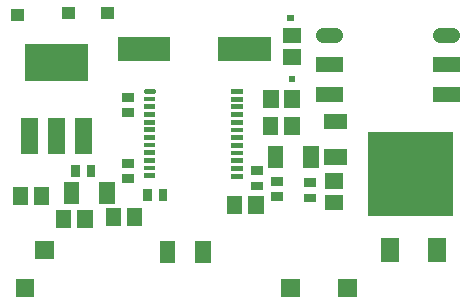
<source format=gbr>
G04 start of page 10 for group -4015 idx -4015 *
G04 Title: (unknown), toppaste *
G04 Creator: pcb 20110918 *
G04 CreationDate: mar 22 dic 2015 20:03:52 GMT UTC *
G04 For: paolo *
G04 Format: Gerber/RS-274X *
G04 PCB-Dimensions: 155000 102500 *
G04 PCB-Coordinate-Origin: lower left *
%MOIN*%
%FSLAX25Y25*%
%LNTOPPASTE*%
%ADD213R,0.0800X0.0800*%
%ADD212R,0.1220X0.1220*%
%ADD211R,0.0560X0.0560*%
%ADD210R,0.2800X0.2800*%
%ADD209R,0.0160X0.0160*%
%ADD208C,0.0160*%
%ADD207R,0.0200X0.0200*%
%ADD206R,0.0400X0.0400*%
%ADD205R,0.0600X0.0600*%
%ADD204R,0.0512X0.0512*%
%ADD203R,0.0295X0.0295*%
%ADD202R,0.0500X0.0500*%
%ADD201C,0.0500*%
G54D201*X106500Y91900D02*X110500D01*
G54D202*X106500Y81900D02*X110500D01*
X106500Y71900D02*X110500D01*
G54D201*X145500Y91900D02*X149500D01*
G54D202*X145500Y81900D02*X149500D01*
X145500Y71900D02*X149500D01*
G54D203*X101508Y37441D02*X102492D01*
X101508Y42559D02*X102492D01*
X90508Y37941D02*X91492D01*
X90508Y43059D02*X91492D01*
X41008Y49059D02*X41992D01*
X41008Y43941D02*X41992D01*
G54D204*X90595Y52181D02*Y49819D01*
X102405Y52181D02*Y49819D01*
X54595Y20681D02*Y18319D01*
X66405Y20681D02*Y18319D01*
X36457Y31393D02*Y30607D01*
X43543Y31393D02*Y30607D01*
X27043Y30893D02*Y30107D01*
X19957Y30893D02*Y30107D01*
X88957Y61893D02*Y61107D01*
X96043Y61893D02*Y61107D01*
X89000Y70893D02*Y70107D01*
X96086Y70893D02*Y70107D01*
X95607Y91543D02*X96393D01*
X95607Y84457D02*X96393D01*
G54D205*X13450Y20000D02*X13550D01*
G54D204*X109607Y35957D02*X110393D01*
X109607Y43043D02*X110393D01*
X109319Y51095D02*X111681D01*
X109319Y62905D02*X111681D01*
G54D206*X34450Y99000D02*X34550D01*
X4450Y98500D02*X4550D01*
X21450Y99000D02*X21550D01*
G54D207*X95950Y77000D02*X96050D01*
X95450Y97500D02*X95550D01*
G54D205*X114500Y7500D02*X114600D01*
G54D204*X12543Y38393D02*Y37607D01*
X5457Y38393D02*Y37607D01*
G54D203*X41008Y71059D02*X41992D01*
X41008Y65941D02*X41992D01*
G54D204*X34405Y40181D02*Y37819D01*
X22595Y40181D02*Y37819D01*
X76957Y35393D02*Y34607D01*
X84043Y35393D02*Y34607D01*
G54D208*X47500Y73000D02*X49700D01*
G54D209*X47500Y70400D02*X49700D01*
X47500Y67900D02*X49700D01*
X47500Y65300D02*X49700D01*
X47500Y62700D02*X49700D01*
X47500Y60200D02*X49700D01*
X47500Y57600D02*X49700D01*
X47500Y55100D02*X49700D01*
X47500Y52500D02*X49700D01*
X47500Y49900D02*X49700D01*
X47500Y47400D02*X49700D01*
X47500Y44800D02*X49700D01*
X76600Y44700D02*X78800D01*
X76600Y47300D02*X78800D01*
X76600Y49800D02*X78800D01*
X76600Y52400D02*X78800D01*
X76600Y55000D02*X78800D01*
X76600Y57500D02*X78800D01*
X76600Y60100D02*X78800D01*
X76600Y62600D02*X78800D01*
X76600Y65200D02*X78800D01*
X76600Y67800D02*X78800D01*
X76600Y70300D02*X78800D01*
X76600Y72900D02*X78800D01*
G54D203*X84008Y41441D02*X84992D01*
X84008Y46559D02*X84992D01*
X47941Y38992D02*Y38008D01*
X53059Y38992D02*Y38008D01*
G54D205*X128700Y21000D02*Y19000D01*
G54D210*X135400Y45500D02*X135600D01*
G54D205*X144300Y21000D02*Y19000D01*
G54D211*X8500Y61400D02*Y54800D01*
X17500Y61400D02*Y54800D01*
X26600Y61400D02*Y54800D01*
G54D212*X13000Y82500D02*X22000D01*
G54D205*X95450Y7500D02*X95550D01*
X6950D02*X7050D01*
G54D213*X75500Y87000D02*X85100D01*
X41900D02*X51500D01*
G54D203*X23941Y46992D02*Y46008D01*
X29059Y46992D02*Y46008D01*
M02*

</source>
